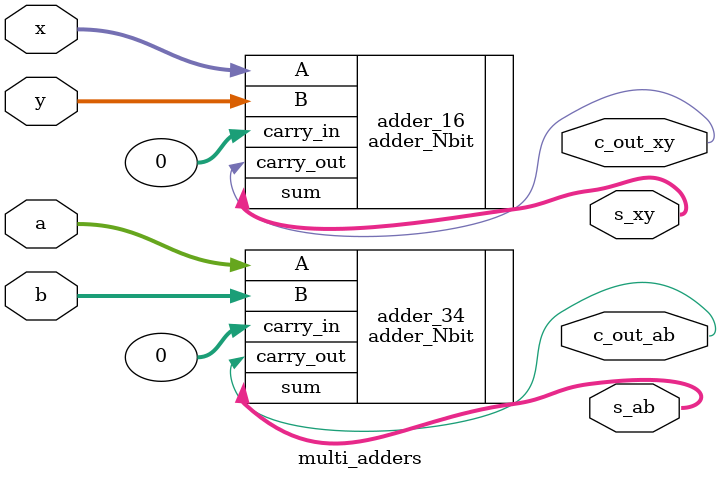
<source format=v>
`timescale 1ns / 1ps


module multi_adders(
input [15:0] x,y,
output [15:0] s_xy,
output c_out_xy,

input [33:0] a,b,
output [33:0] s_ab,
output c_out_ab
    );
/*    
adder_Nbit adder_16 (.A(x),   // this will only use 8 bits of rca and ignore oyhers
                     .B(y),
                     .carry_in(0),
                     .sum(s_xy),
                     .carry_out(c_out_xy)
                     );
                     */
// so we define a parameter

adder_Nbit #(.N(16)) adder_16 (.A(x),   
                     .B(y),
                     .carry_in(0),
                     .sum(s_xy),
                     .carry_out(c_out_xy)
                     );
                     
adder_Nbit #(.N(34)) adder_34 (.A(a),   
                     .B(b),
                     .carry_in(0),
                     .sum(s_ab),
                     .carry_out(c_out_ab)
                     );
endmodule

</source>
